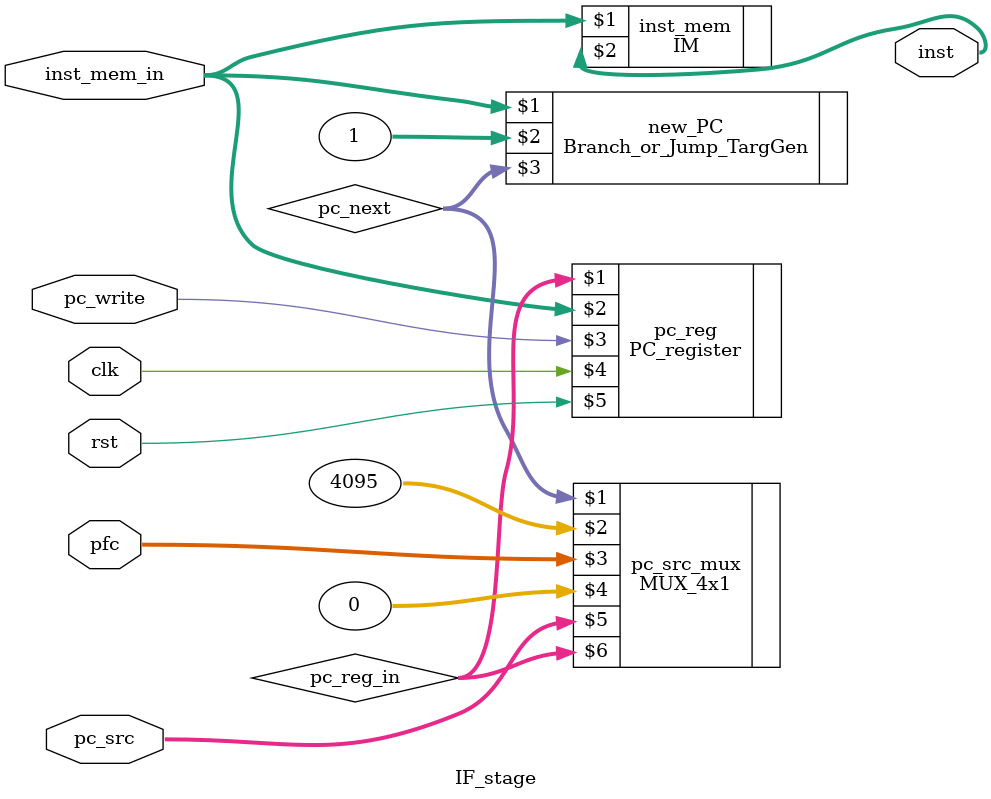
<source format=v>
module IF_stage(pfc, pc_src, inst_mem_in, pc_write, clk, inst, rst);
	
input [31:0] pfc;
input [1:0] pc_src;
input pc_write, clk;
output [31:0] inst;
input rst;
inout [31:0] inst_mem_in;

wire [31:0] pc_next, pc_reg_in, out;

parameter handler_addr = {18'd0, 14'h0fff};	
	
MUX_4x1 pc_src_mux(pc_next, handler_addr, pfc, 0, pc_src, pc_reg_in);

PC_register pc_reg(pc_reg_in, inst_mem_in, pc_write, clk, rst); 

IM inst_mem(inst_mem_in , inst);

Branch_or_Jump_TargGen new_PC(inst_mem_in , 32'd1 , pc_next);
  
    	
	
endmodule

</source>
